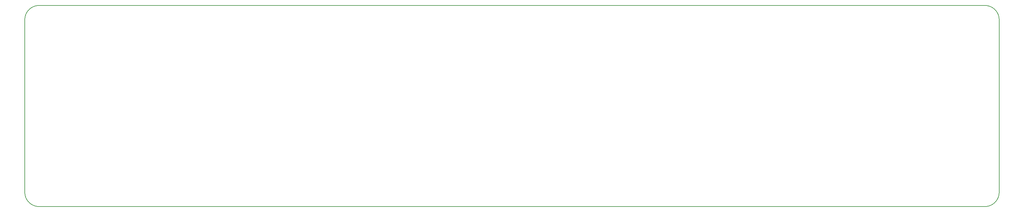
<source format=gbr>
%TF.GenerationSoftware,KiCad,Pcbnew,(7.0.0)*%
%TF.CreationDate,2023-05-02T23:46:26+03:00*%
%TF.ProjectId,24_channel_esp32_energy_meter,32345f63-6861-46e6-9e65-6c5f65737033,rev?*%
%TF.SameCoordinates,PX5ff2fd0PYa4fc540*%
%TF.FileFunction,Profile,NP*%
%FSLAX46Y46*%
G04 Gerber Fmt 4.6, Leading zero omitted, Abs format (unit mm)*
G04 Created by KiCad (PCBNEW (7.0.0)) date 2023-05-02 23:46:26*
%MOMM*%
%LPD*%
G01*
G04 APERTURE LIST*
%TA.AperFunction,Profile*%
%ADD10C,0.200000*%
%TD*%
G04 APERTURE END LIST*
D10*
X0Y52000000D02*
X0Y4000000D01*
X266000000Y0D02*
G75*
G03*
X270000000Y4000000I0J4000000D01*
G01*
X270000000Y4000000D02*
X270000000Y52000000D01*
X4000000Y0D02*
X266000000Y0D01*
X266000000Y56000000D02*
X4000000Y56000000D01*
X270000000Y52000000D02*
G75*
G03*
X266000000Y56000000I-4000000J0D01*
G01*
X4000000Y56000000D02*
G75*
G03*
X0Y52000000I0J-4000000D01*
G01*
X0Y4000000D02*
G75*
G03*
X4000000Y0I4000000J0D01*
G01*
M02*

</source>
